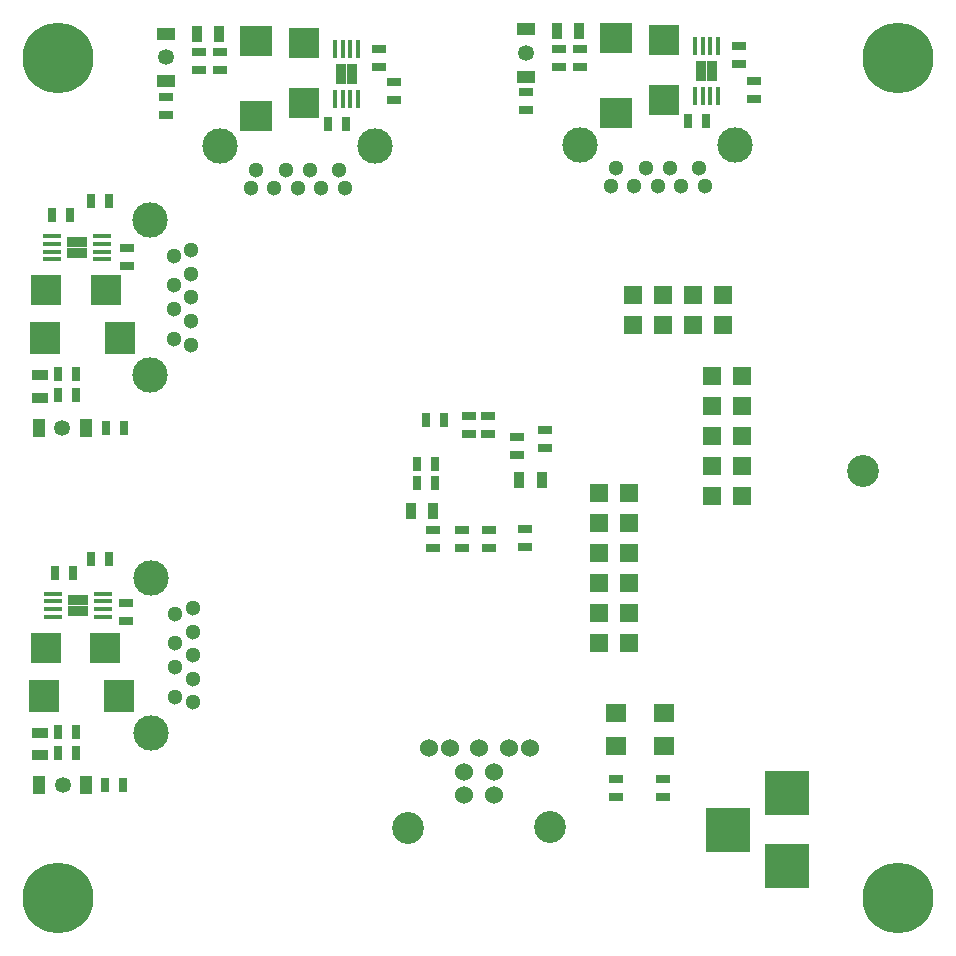
<source format=gbr>
G04 #@! TF.GenerationSoftware,KiCad,Pcbnew,(2017-08-08 revision 53204e097)-makepkg*
G04 #@! TF.CreationDate,2017-08-23T13:37:33+02:00*
G04 #@! TF.ProjectId,usbhub01a,7573626875623031612E6B696361645F,rev?*
G04 #@! TF.SameCoordinates,Original*
G04 #@! TF.FileFunction,Soldermask,Top*
G04 #@! TF.FilePolarity,Negative*
%FSLAX46Y46*%
G04 Gerber Fmt 4.6, Leading zero omitted, Abs format (unit mm)*
G04 Created by KiCad (PCBNEW (2017-08-08 revision 53204e097)-makepkg) date 08/23/17 13:37:33*
%MOMM*%
%LPD*%
G01*
G04 APERTURE LIST*
%ADD10R,1.800860X1.597660*%
%ADD11C,2.700000*%
%ADD12R,3.810000X3.810000*%
%ADD13C,1.524000*%
%ADD14C,2.700020*%
%ADD15R,0.889000X1.397000*%
%ADD16R,2.550160X2.700020*%
%ADD17R,2.550160X2.499360*%
%ADD18R,2.700020X2.550160*%
%ADD19R,2.499360X2.550160*%
%ADD20R,1.050000X1.500000*%
%ADD21C,1.350000*%
%ADD22R,1.500000X1.050000*%
%ADD23R,1.524000X1.524000*%
%ADD24R,1.397000X0.889000*%
%ADD25C,6.000000*%
%ADD26R,1.550000X0.420000*%
%ADD27R,0.840000X0.940000*%
%ADD28R,0.420000X1.550000*%
%ADD29R,0.940000X0.840000*%
%ADD30C,1.300000*%
%ADD31C,2.999740*%
%ADD32R,0.635000X1.143000*%
%ADD33R,1.143000X0.635000*%
G04 APERTURE END LIST*
D10*
X163013206Y-121502880D03*
X163013206Y-124342600D03*
X158956074Y-124335522D03*
X158956074Y-121495802D03*
D11*
X179882800Y-100990400D03*
D12*
X173431200Y-134495400D03*
X173431200Y-128295400D03*
X168431200Y-131395400D03*
D13*
X151666000Y-124481000D03*
X149896000Y-124481000D03*
X147396000Y-124481000D03*
X144896000Y-124481000D03*
X143166000Y-124481000D03*
X148646000Y-126481000D03*
X146146000Y-126481000D03*
X146146000Y-128481000D03*
X148646000Y-128481000D03*
D14*
X153416000Y-131191000D03*
X141396720Y-131255500D03*
D15*
X141592300Y-104419400D03*
X143497300Y-104419400D03*
D16*
X116913883Y-120066011D03*
X110563883Y-120066011D03*
X116992400Y-89789000D03*
X110642400Y-89789000D03*
D17*
X115755643Y-116002011D03*
X110706123Y-116002011D03*
X115808760Y-85725000D03*
X110759240Y-85725000D03*
D18*
X128524000Y-70993000D03*
X128524000Y-64643000D03*
X159004000Y-70739000D03*
X159004000Y-64389000D03*
D19*
X132588000Y-69834760D03*
X132588000Y-64785240D03*
X163068000Y-69580760D03*
X163068000Y-64531240D03*
D20*
X114141000Y-127648000D03*
X110141000Y-127648000D03*
D21*
X112141000Y-127648000D03*
D20*
X114109000Y-97409000D03*
X110109000Y-97409000D03*
D21*
X112109000Y-97409000D03*
D22*
X120891000Y-68005848D03*
X120891000Y-64005848D03*
D21*
X120891000Y-66005848D03*
D22*
X151384000Y-67627000D03*
X151384000Y-63627000D03*
D21*
X151384000Y-65627000D03*
D23*
X169672000Y-103124000D03*
X167132000Y-103124000D03*
X169672000Y-100584000D03*
X167132000Y-100584000D03*
X169672000Y-98044000D03*
X167132000Y-98044000D03*
X169672000Y-95504000D03*
X167132000Y-95504000D03*
X169672000Y-92964000D03*
X167132000Y-92964000D03*
D24*
X110182883Y-125082511D03*
X110182883Y-123177511D03*
X110236000Y-94805500D03*
X110236000Y-92900500D03*
D15*
X153987500Y-63754000D03*
X155892500Y-63754000D03*
X123507500Y-64008000D03*
X125412500Y-64008000D03*
D25*
X182880000Y-66040000D03*
X182880000Y-137160000D03*
X111760000Y-66040000D03*
X111760000Y-137160000D03*
D26*
X115531935Y-113362607D03*
X115531935Y-112712607D03*
X115531935Y-112062607D03*
X115531935Y-111412607D03*
X111321935Y-111412607D03*
X111321935Y-112062607D03*
X111321935Y-112712607D03*
X111321935Y-113362607D03*
D27*
X113006935Y-111917607D03*
X113006935Y-112857607D03*
X113846935Y-111917607D03*
X113846935Y-112857607D03*
D26*
X115478800Y-83106000D03*
X115478800Y-82456000D03*
X115478800Y-81806000D03*
X115478800Y-81156000D03*
X111268800Y-81156000D03*
X111268800Y-81806000D03*
X111268800Y-82456000D03*
X111268800Y-83106000D03*
D27*
X112953800Y-81661000D03*
X112953800Y-82601000D03*
X113793800Y-81661000D03*
X113793800Y-82601000D03*
D28*
X135207000Y-69488000D03*
X135857000Y-69488000D03*
X136507000Y-69488000D03*
X137157000Y-69488000D03*
X137157000Y-65278000D03*
X136507000Y-65278000D03*
X135857000Y-65278000D03*
X135207000Y-65278000D03*
D29*
X136652000Y-66963000D03*
X135712000Y-66963000D03*
X136652000Y-67803000D03*
X135712000Y-67803000D03*
D28*
X165687000Y-69249000D03*
X166337000Y-69249000D03*
X166987000Y-69249000D03*
X167637000Y-69249000D03*
X167637000Y-65039000D03*
X166987000Y-65039000D03*
X166337000Y-65039000D03*
X165687000Y-65039000D03*
D29*
X167132000Y-66724000D03*
X166192000Y-66724000D03*
X167132000Y-67564000D03*
X166192000Y-67564000D03*
D30*
X123134000Y-120620000D03*
X123134000Y-118620000D03*
X123134000Y-116620000D03*
X123134000Y-114620000D03*
X123134000Y-112620000D03*
X121634000Y-120120000D03*
D31*
X119634000Y-110050000D03*
X119634000Y-123190000D03*
D30*
X121634000Y-113120000D03*
X121634000Y-115620000D03*
X121634000Y-117620000D03*
X123032400Y-90317800D03*
X123032400Y-88317800D03*
X123032400Y-86317800D03*
X123032400Y-84317800D03*
X123032400Y-82317800D03*
X121532400Y-89817800D03*
D31*
X119532400Y-79747800D03*
X119532400Y-92887800D03*
D30*
X121532400Y-82817800D03*
X121532400Y-85317800D03*
X121532400Y-87317800D03*
X158526000Y-76906000D03*
X160526000Y-76906000D03*
X162526000Y-76906000D03*
X164526000Y-76906000D03*
X166526000Y-76906000D03*
X159026000Y-75406000D03*
D31*
X169096000Y-73406000D03*
X155956000Y-73406000D03*
D30*
X166026000Y-75406000D03*
X163526000Y-75406000D03*
X161526000Y-75406000D03*
X128046000Y-77033000D03*
X130046000Y-77033000D03*
X132046000Y-77033000D03*
X134046000Y-77033000D03*
X136046000Y-77033000D03*
X128546000Y-75533000D03*
D31*
X138616000Y-73533000D03*
X125476000Y-73533000D03*
D30*
X135546000Y-75533000D03*
X133046000Y-75533000D03*
X131046000Y-75533000D03*
D32*
X143662400Y-102082600D03*
X142138400Y-102082600D03*
D33*
X148259800Y-105994200D03*
X148259800Y-107518200D03*
X148183600Y-97917000D03*
X148183600Y-96393000D03*
X146558000Y-96367600D03*
X146558000Y-97891600D03*
D32*
X142875000Y-96672400D03*
X144399000Y-96672400D03*
X143687800Y-100457000D03*
X142163800Y-100457000D03*
D33*
X150622000Y-98120200D03*
X150622000Y-99644200D03*
X143459200Y-106045000D03*
X143459200Y-107569000D03*
X145923000Y-106032300D03*
X145923000Y-107556300D03*
X152933400Y-97561400D03*
X152933400Y-99085400D03*
X151307800Y-107467400D03*
X151307800Y-105943400D03*
X117528135Y-113716011D03*
X117528135Y-112192011D03*
X117602000Y-82169000D03*
X117602000Y-83693000D03*
D32*
X111706883Y-123114011D03*
X113230883Y-123114011D03*
X113284000Y-92837000D03*
X111760000Y-92837000D03*
X136144000Y-71628000D03*
X134620000Y-71628000D03*
X166624000Y-71374000D03*
X165100000Y-71374000D03*
D33*
X125476000Y-67056000D03*
X125476000Y-65532000D03*
X155956000Y-66802000D03*
X155956000Y-65278000D03*
D32*
X111706883Y-124892011D03*
X113230883Y-124892011D03*
X111760000Y-94615000D03*
X113284000Y-94615000D03*
D33*
X154178000Y-65278000D03*
X154178000Y-66802000D03*
X123698000Y-65532000D03*
X123698000Y-67056000D03*
X170688000Y-68021200D03*
X170688000Y-69545200D03*
X140157200Y-68072000D03*
X140157200Y-69596000D03*
D32*
X116027200Y-78130400D03*
X114503200Y-78130400D03*
X114554000Y-108458000D03*
X116078000Y-108458000D03*
X113032335Y-109642303D03*
X111508335Y-109642303D03*
X111252000Y-79375000D03*
X112776000Y-79375000D03*
X117221000Y-127635000D03*
X115697000Y-127635000D03*
X115824000Y-97409000D03*
X117348000Y-97409000D03*
D33*
X138938000Y-65278000D03*
X138938000Y-66802000D03*
X169418000Y-65024000D03*
X169418000Y-66548000D03*
X120904000Y-69342000D03*
X120904000Y-70866000D03*
X151384000Y-68961000D03*
X151384000Y-70485000D03*
X158953200Y-127106662D03*
X158953200Y-128630662D03*
D15*
X152692100Y-101803200D03*
X150787100Y-101803200D03*
D23*
X168046400Y-86156800D03*
X168046400Y-88696800D03*
X165506400Y-86156800D03*
X165506400Y-88696800D03*
X162966400Y-86156800D03*
X162966400Y-88696800D03*
X160426400Y-86156800D03*
X160426400Y-88696800D03*
X157530800Y-102870000D03*
X160070800Y-102870000D03*
X157530800Y-105410000D03*
X160070800Y-105410000D03*
X157530800Y-107950000D03*
X160070800Y-107950000D03*
X157530800Y-110490000D03*
X160070800Y-110490000D03*
X157530800Y-113030000D03*
X160070800Y-113030000D03*
X157530800Y-115570000D03*
X160070800Y-115570000D03*
D33*
X162991800Y-128625600D03*
X162991800Y-127101600D03*
M02*

</source>
